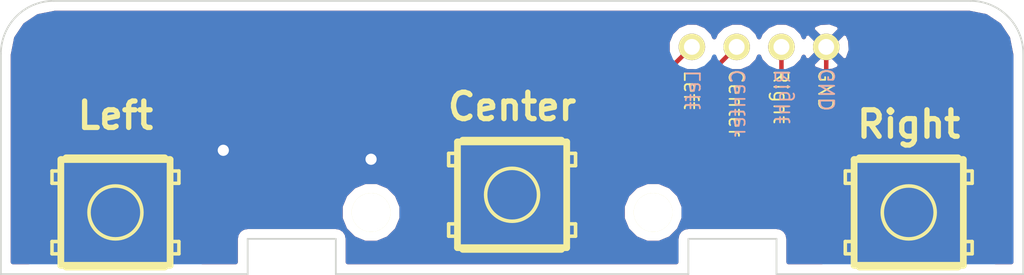
<source format=kicad_pcb>
(kicad_pcb (version 3) (host pcbnew "(2013-may-18)-stable")

  (general
    (links 6)
    (no_connects 0)
    (area 222.949999 111.074 301.050001 140.550001)
    (thickness 1.6)
    (drawings 60)
    (tracks 29)
    (zones 0)
    (modules 9)
    (nets 5)
  )

  (page A3)
  (layers
    (15 F.Cu signal)
    (0 B.Cu signal)
    (16 B.Adhes user hide)
    (17 F.Adhes user hide)
    (18 B.Paste user hide)
    (19 F.Paste user hide)
    (20 B.SilkS user)
    (21 F.SilkS user)
    (22 B.Mask user hide)
    (23 F.Mask user hide)
    (24 Dwgs.User user hide)
    (25 Cmts.User user hide)
    (26 Eco1.User user hide)
    (27 Eco2.User user hide)
    (28 Edge.Cuts user)
  )

  (setup
    (last_trace_width 0.254)
    (trace_clearance 0.254)
    (zone_clearance 0.508)
    (zone_45_only no)
    (trace_min 0.1524)
    (segment_width 0.1)
    (edge_width 0.1)
    (via_size 0.889)
    (via_drill 0.635)
    (via_min_size 0.889)
    (via_min_drill 0.508)
    (uvia_size 0.508)
    (uvia_drill 0.127)
    (uvias_allowed no)
    (uvia_min_size 0.508)
    (uvia_min_drill 0.127)
    (pcb_text_width 0.3)
    (pcb_text_size 1.5 1.5)
    (mod_edge_width 0.15)
    (mod_text_size 1 1)
    (mod_text_width 0.15)
    (pad_size 0.3302 0.3302)
    (pad_drill 0.3302)
    (pad_to_mask_clearance 0)
    (aux_axis_origin 0 0)
    (visible_elements FFFFFB3F)
    (pcbplotparams
      (layerselection 284196865)
      (usegerberextensions true)
      (excludeedgelayer true)
      (linewidth 0.150000)
      (plotframeref false)
      (viasonmask false)
      (mode 1)
      (useauxorigin false)
      (hpglpennumber 1)
      (hpglpenspeed 20)
      (hpglpendiameter 15)
      (hpglpenoverlay 2)
      (psnegative false)
      (psa4output false)
      (plotreference true)
      (plotvalue true)
      (plotothertext true)
      (plotinvisibletext false)
      (padsonsilk false)
      (subtractmaskfromsilk false)
      (outputformat 1)
      (mirror false)
      (drillshape 0)
      (scaleselection 1)
      (outputdirectory gerber/))
  )

  (net 0 "")
  (net 1 N-000001)
  (net 2 N-0000010)
  (net 3 N-000002)
  (net 4 N-000003)

  (net_class Default "This is the default net class."
    (clearance 0.254)
    (trace_width 0.254)
    (via_dia 0.889)
    (via_drill 0.635)
    (uvia_dia 0.508)
    (uvia_drill 0.127)
    (add_net "")
    (add_net N-000001)
    (add_net N-0000010)
    (add_net N-000002)
    (add_net N-000003)
  )

  (module M2 (layer F.Cu) (tedit 55D7DEC0) (tstamp 55DD16CC)
    (at 270 129)
    (descr "M2 Drill hole")
    (tags "M2 hole drill")
    (path 1pin)
    (zone_connect 0)
    (fp_text reference "" (at 0 -3.048) (layer F.SilkS)
      (effects (font (size 1.016 1.016) (thickness 0.254)))
    )
    (fp_text value "" (at 0 2.794) (layer F.SilkS) hide
      (effects (font (size 1.016 1.016) (thickness 0.254)))
    )
    (pad "" np_thru_hole circle (at 0 0) (size 2.2 2.2) (drill 2.2)
      (layers *.Cu *.Mask F.SilkS)
      (zone_connect 0)
    )
  )

  (module Pad (layer F.Cu) (tedit 55DD15DF) (tstamp 55DD0509)
    (at 272.2 119.61)
    (path /55D71CAE)
    (fp_text reference PL0 (at 0 -2.032 90) (layer F.SilkS) hide
      (effects (font (size 0.9 0.9) (thickness 0.15)))
    )
    (fp_text value CONN_1 (at 0 -5.207 90) (layer F.SilkS) hide
      (effects (font (size 0.9 0.9) (thickness 0.15)))
    )
    (pad 1 thru_hole circle (at 0 0) (size 1.5 1.5) (drill 0.9)
      (layers *.Cu *.Mask F.SilkS)
      (net 1 N-000001)
    )
  )

  (module Pad (layer F.Cu) (tedit 55DD15E6) (tstamp 55DD050E)
    (at 277.28 119.61)
    (path /55DD05CB)
    (fp_text reference PR0 (at 0 -2.032 90) (layer F.SilkS) hide
      (effects (font (size 0.9 0.9) (thickness 0.15)))
    )
    (fp_text value CONN_1 (at 0 -5.207 90) (layer F.SilkS) hide
      (effects (font (size 0.9 0.9) (thickness 0.15)))
    )
    (pad 1 thru_hole circle (at 0 0) (size 1.5 1.5) (drill 0.9)
      (layers *.Cu *.Mask F.SilkS)
      (net 4 N-000003)
    )
  )

  (module Pad (layer F.Cu) (tedit 55DD15D8) (tstamp 55DD0513)
    (at 274.74 119.61)
    (path /55DD05D1)
    (fp_text reference PC0 (at 0 -2.032 90) (layer F.SilkS) hide
      (effects (font (size 0.9 0.9) (thickness 0.15)))
    )
    (fp_text value CONN_1 (at 0 -5.207 90) (layer F.SilkS) hide
      (effects (font (size 0.9 0.9) (thickness 0.15)))
    )
    (pad 1 thru_hole circle (at 0 0) (size 1.5 1.5) (drill 0.9)
      (layers *.Cu *.Mask F.SilkS)
      (net 3 N-000002)
    )
  )

  (module Pad (layer F.Cu) (tedit 55DD15EB) (tstamp 55DD0F71)
    (at 279.82 119.61)
    (path /55DD05D7)
    (fp_text reference GND0 (at 0 -2.032 90) (layer F.SilkS) hide
      (effects (font (size 0.9 0.9) (thickness 0.15)))
    )
    (fp_text value CONN_1 (at 0 -5.207 90) (layer F.SilkS) hide
      (effects (font (size 0.9 0.9) (thickness 0.15)))
    )
    (pad 1 thru_hole circle (at 0 0) (size 1.5 1.5) (drill 0.9)
      (layers *.Cu *.Mask F.SilkS)
      (net 2 N-0000010)
    )
  )

  (module DTSJW-66N (layer F.Cu) (tedit 55DD1500) (tstamp 55DD064C)
    (at 239.5 129)
    (descr http://www.dip.com.tw/PDF/DTSJW-6-V.pdf)
    (tags "microswitch tact")
    (path /55DD04B8)
    (fp_text reference SL0 (at 0.09906 -4.8006) (layer F.SilkS) hide
      (effects (font (size 1.524 1.524) (thickness 0.3048)))
    )
    (fp_text value 10-XX (at 0.09906 4.8006) (layer F.SilkS) hide
      (effects (font (size 1.524 1.524) (thickness 0.3048)))
    )
    (fp_circle (center 0 0) (end 1.50114 0) (layer F.SilkS) (width 0.20066))
    (fp_line (start -3.0988 -2.3495) (end -3.59918 -2.3495) (layer F.SilkS) (width 0.20066))
    (fp_line (start -3.59918 -2.3495) (end -3.59918 -1.651) (layer F.SilkS) (width 0.20066))
    (fp_line (start -3.59918 -1.651) (end -3.0988 -1.651) (layer F.SilkS) (width 0.20066))
    (fp_line (start -3.59918 2.3495) (end -3.0988 2.3495) (layer F.SilkS) (width 0.20066))
    (fp_line (start -3.59918 1.651) (end -3.59918 2.3495) (layer F.SilkS) (width 0.20066))
    (fp_line (start -3.0988 1.651) (end -3.59918 1.651) (layer F.SilkS) (width 0.20066))
    (fp_line (start 3.0988 1.651) (end 3.59918 1.651) (layer F.SilkS) (width 0.20066))
    (fp_line (start 3.59918 1.651) (end 3.59918 2.3495) (layer F.SilkS) (width 0.20066))
    (fp_line (start 3.59918 2.3495) (end 3.0988 2.3495) (layer F.SilkS) (width 0.20066))
    (fp_line (start 3.0988 -2.3495) (end 3.59918 -2.3495) (layer F.SilkS) (width 0.20066))
    (fp_line (start 3.59918 -2.3495) (end 3.59918 -1.651) (layer F.SilkS) (width 0.20066))
    (fp_line (start 3.59918 -1.651) (end 3.0988 -1.651) (layer F.SilkS) (width 0.20066))
    (fp_line (start -2.79908 3.0988) (end 2.79908 3.0988) (layer F.SilkS) (width 0.381))
    (fp_line (start -2.79908 -3.0988) (end 2.79908 -3.0988) (layer F.SilkS) (width 0.381))
    (fp_line (start -3.0988 -2.99974) (end 3.0988 -2.99974) (layer F.SilkS) (width 0.381))
    (fp_line (start 3.0988 -2.99974) (end 3.0988 2.99974) (layer F.SilkS) (width 0.381))
    (fp_line (start 3.0988 2.99974) (end -3.0988 2.99974) (layer F.SilkS) (width 0.381))
    (fp_line (start -3.0988 2.99974) (end -3.0988 -2.99974) (layer F.SilkS) (width 0.381))
    (pad 1 smd rect (at -3.1496 -2.00152) (size 2.30124 1.39954)
      (layers F.Cu F.Paste F.Mask)
      (net 2 N-0000010)
    )
    (pad 4 smd rect (at 3.1496 1.99898) (size 2.30124 1.39954)
      (layers F.Cu F.Paste F.Mask)
    )
    (pad 2 smd rect (at 3.1496 -1.99898) (size 2.30124 1.39954)
      (layers F.Cu F.Paste F.Mask)
    )
    (pad 3 smd rect (at -3.1496 1.99898) (size 2.30124 1.39954)
      (layers F.Cu F.Paste F.Mask)
      (net 1 N-000001)
    )
  )

  (module DTSJW-66N (layer F.Cu) (tedit 55DD14F7) (tstamp 55DD0667)
    (at 262 128)
    (descr http://www.dip.com.tw/PDF/DTSJW-6-V.pdf)
    (tags "microswitch tact")
    (path /55DD05BF)
    (fp_text reference SC0 (at 0.09906 -4.8006) (layer F.SilkS) hide
      (effects (font (size 1.524 1.524) (thickness 0.3048)))
    )
    (fp_text value 10-XX (at 0.09906 4.8006) (layer F.SilkS) hide
      (effects (font (size 1.524 1.524) (thickness 0.3048)))
    )
    (fp_circle (center 0 0) (end 1.50114 0) (layer F.SilkS) (width 0.20066))
    (fp_line (start -3.0988 -2.3495) (end -3.59918 -2.3495) (layer F.SilkS) (width 0.20066))
    (fp_line (start -3.59918 -2.3495) (end -3.59918 -1.651) (layer F.SilkS) (width 0.20066))
    (fp_line (start -3.59918 -1.651) (end -3.0988 -1.651) (layer F.SilkS) (width 0.20066))
    (fp_line (start -3.59918 2.3495) (end -3.0988 2.3495) (layer F.SilkS) (width 0.20066))
    (fp_line (start -3.59918 1.651) (end -3.59918 2.3495) (layer F.SilkS) (width 0.20066))
    (fp_line (start -3.0988 1.651) (end -3.59918 1.651) (layer F.SilkS) (width 0.20066))
    (fp_line (start 3.0988 1.651) (end 3.59918 1.651) (layer F.SilkS) (width 0.20066))
    (fp_line (start 3.59918 1.651) (end 3.59918 2.3495) (layer F.SilkS) (width 0.20066))
    (fp_line (start 3.59918 2.3495) (end 3.0988 2.3495) (layer F.SilkS) (width 0.20066))
    (fp_line (start 3.0988 -2.3495) (end 3.59918 -2.3495) (layer F.SilkS) (width 0.20066))
    (fp_line (start 3.59918 -2.3495) (end 3.59918 -1.651) (layer F.SilkS) (width 0.20066))
    (fp_line (start 3.59918 -1.651) (end 3.0988 -1.651) (layer F.SilkS) (width 0.20066))
    (fp_line (start -2.79908 3.0988) (end 2.79908 3.0988) (layer F.SilkS) (width 0.381))
    (fp_line (start -2.79908 -3.0988) (end 2.79908 -3.0988) (layer F.SilkS) (width 0.381))
    (fp_line (start -3.0988 -2.99974) (end 3.0988 -2.99974) (layer F.SilkS) (width 0.381))
    (fp_line (start 3.0988 -2.99974) (end 3.0988 2.99974) (layer F.SilkS) (width 0.381))
    (fp_line (start 3.0988 2.99974) (end -3.0988 2.99974) (layer F.SilkS) (width 0.381))
    (fp_line (start -3.0988 2.99974) (end -3.0988 -2.99974) (layer F.SilkS) (width 0.381))
    (pad 1 smd rect (at -3.1496 -2.00152) (size 2.30124 1.39954)
      (layers F.Cu F.Paste F.Mask)
      (net 2 N-0000010)
    )
    (pad 4 smd rect (at 3.1496 1.99898) (size 2.30124 1.39954)
      (layers F.Cu F.Paste F.Mask)
    )
    (pad 2 smd rect (at 3.1496 -1.99898) (size 2.30124 1.39954)
      (layers F.Cu F.Paste F.Mask)
    )
    (pad 3 smd rect (at -3.1496 1.99898) (size 2.30124 1.39954)
      (layers F.Cu F.Paste F.Mask)
      (net 3 N-000002)
    )
  )

  (module DTSJW-66N (layer F.Cu) (tedit 55DD14ED) (tstamp 55DD0682)
    (at 284.5 129)
    (descr http://www.dip.com.tw/PDF/DTSJW-6-V.pdf)
    (tags "microswitch tact")
    (path /55DD05C5)
    (fp_text reference SR0 (at 0.09906 -4.8006) (layer F.SilkS) hide
      (effects (font (size 1.524 1.524) (thickness 0.3048)))
    )
    (fp_text value 10-XX (at 0.09906 4.8006) (layer F.SilkS) hide
      (effects (font (size 1.524 1.524) (thickness 0.3048)))
    )
    (fp_circle (center 0 0) (end 1.50114 0) (layer F.SilkS) (width 0.20066))
    (fp_line (start -3.0988 -2.3495) (end -3.59918 -2.3495) (layer F.SilkS) (width 0.20066))
    (fp_line (start -3.59918 -2.3495) (end -3.59918 -1.651) (layer F.SilkS) (width 0.20066))
    (fp_line (start -3.59918 -1.651) (end -3.0988 -1.651) (layer F.SilkS) (width 0.20066))
    (fp_line (start -3.59918 2.3495) (end -3.0988 2.3495) (layer F.SilkS) (width 0.20066))
    (fp_line (start -3.59918 1.651) (end -3.59918 2.3495) (layer F.SilkS) (width 0.20066))
    (fp_line (start -3.0988 1.651) (end -3.59918 1.651) (layer F.SilkS) (width 0.20066))
    (fp_line (start 3.0988 1.651) (end 3.59918 1.651) (layer F.SilkS) (width 0.20066))
    (fp_line (start 3.59918 1.651) (end 3.59918 2.3495) (layer F.SilkS) (width 0.20066))
    (fp_line (start 3.59918 2.3495) (end 3.0988 2.3495) (layer F.SilkS) (width 0.20066))
    (fp_line (start 3.0988 -2.3495) (end 3.59918 -2.3495) (layer F.SilkS) (width 0.20066))
    (fp_line (start 3.59918 -2.3495) (end 3.59918 -1.651) (layer F.SilkS) (width 0.20066))
    (fp_line (start 3.59918 -1.651) (end 3.0988 -1.651) (layer F.SilkS) (width 0.20066))
    (fp_line (start -2.79908 3.0988) (end 2.79908 3.0988) (layer F.SilkS) (width 0.381))
    (fp_line (start -2.79908 -3.0988) (end 2.79908 -3.0988) (layer F.SilkS) (width 0.381))
    (fp_line (start -3.0988 -2.99974) (end 3.0988 -2.99974) (layer F.SilkS) (width 0.381))
    (fp_line (start 3.0988 -2.99974) (end 3.0988 2.99974) (layer F.SilkS) (width 0.381))
    (fp_line (start 3.0988 2.99974) (end -3.0988 2.99974) (layer F.SilkS) (width 0.381))
    (fp_line (start -3.0988 2.99974) (end -3.0988 -2.99974) (layer F.SilkS) (width 0.381))
    (pad 1 smd rect (at -3.1496 -2.00152) (size 2.30124 1.39954)
      (layers F.Cu F.Paste F.Mask)
      (net 2 N-0000010)
    )
    (pad 4 smd rect (at 3.1496 1.99898) (size 2.30124 1.39954)
      (layers F.Cu F.Paste F.Mask)
    )
    (pad 2 smd rect (at 3.1496 -1.99898) (size 2.30124 1.39954)
      (layers F.Cu F.Paste F.Mask)
    )
    (pad 3 smd rect (at -3.1496 1.99898) (size 2.30124 1.39954)
      (layers F.Cu F.Paste F.Mask)
      (net 4 N-000003)
    )
  )

  (module M2 (layer F.Cu) (tedit 55D7DEC0) (tstamp 55DD16A8)
    (at 254 129)
    (descr "M2 Drill hole")
    (tags "M2 hole drill")
    (path 1pin)
    (zone_connect 0)
    (fp_text reference "" (at 0 -3.048) (layer F.SilkS)
      (effects (font (size 1.016 1.016) (thickness 0.254)))
    )
    (fp_text value "" (at 0 2.794) (layer F.SilkS) hide
      (effects (font (size 1.016 1.016) (thickness 0.254)))
    )
    (pad "" np_thru_hole circle (at 0 0) (size 2.2 2.2) (drill 2.2)
      (layers *.Cu *.Mask F.SilkS)
      (zone_connect 0)
    )
  )

  (gr_text GND (at 279.908 122.047 90) (layer B.SilkS) (tstamp 55DD161D)
    (effects (font (size 0.8 0.8) (thickness 0.1)) (justify mirror))
  )
  (gr_text Right (at 277.368 122.428 90) (layer B.SilkS) (tstamp 55DD161C)
    (effects (font (size 0.8 0.8) (thickness 0.1)) (justify mirror))
  )
  (gr_text Left (at 272.288 122.047 90) (layer B.SilkS) (tstamp 55DD161B)
    (effects (font (size 0.8 0.8) (thickness 0.1)) (justify mirror))
  )
  (gr_text Center (at 274.828 122.809 90) (layer B.SilkS) (tstamp 55DD161A)
    (effects (font (size 0.8 0.8) (thickness 0.1)) (justify mirror))
  )
  (gr_text Center (at 274.701 122.809 270) (layer F.SilkS) (tstamp 55DD15D5)
    (effects (font (size 0.8 0.8) (thickness 0.1)))
  )
  (gr_text Left (at 272.161 122.047 270) (layer F.SilkS) (tstamp 55DD15D4)
    (effects (font (size 0.8 0.8) (thickness 0.1)))
  )
  (gr_text Right (at 277.241 122.428 270) (layer F.SilkS) (tstamp 55DD15CC)
    (effects (font (size 0.8 0.8) (thickness 0.1)))
  )
  (gr_text GND (at 279.781 122.047 270) (layer F.SilkS)
    (effects (font (size 0.8 0.8) (thickness 0.1)))
  )
  (gr_text Right (at 284.5 124) (layer F.SilkS)
    (effects (font (size 1.5 1.5) (thickness 0.3)))
  )
  (gr_text Center (at 262 123) (layer F.SilkS)
    (effects (font (size 1.5 1.5) (thickness 0.3)))
  )
  (gr_text Left (at 239.5 123.5) (layer F.SilkS)
    (effects (font (size 1.5 1.5) (thickness 0.3)))
  )
  (gr_line (start 291 120) (end 291 132.5) (angle 90) (layer Edge.Cuts) (width 0.1))
  (gr_line (start 236 117) (end 288 117) (angle 90) (layer Edge.Cuts) (width 0.1))
  (gr_line (start 233 132.5) (end 233 120) (angle 90) (layer Edge.Cuts) (width 0.1))
  (gr_arc (start 288 120) (end 288 117) (angle 90) (layer Edge.Cuts) (width 0.1))
  (gr_arc (start 236 120) (end 233 120) (angle 90) (layer Edge.Cuts) (width 0.1))
  (gr_line (start 247 132.5) (end 233 132.5) (angle 90) (layer Edge.Cuts) (width 0.1))
  (gr_line (start 247 130.5) (end 247 132.5) (angle 90) (layer Edge.Cuts) (width 0.1))
  (gr_line (start 252 130.5) (end 247 130.5) (angle 90) (layer Edge.Cuts) (width 0.1))
  (gr_line (start 252 132.5) (end 252 130.5) (angle 90) (layer Edge.Cuts) (width 0.1))
  (gr_line (start 272 132.5) (end 252 132.5) (angle 90) (layer Edge.Cuts) (width 0.1))
  (gr_line (start 272 130.5) (end 272 132.5) (angle 90) (layer Edge.Cuts) (width 0.1))
  (gr_line (start 277 130.5) (end 272 130.5) (angle 90) (layer Edge.Cuts) (width 0.1))
  (gr_line (start 277 132.5) (end 277 130.5) (angle 90) (layer Edge.Cuts) (width 0.1))
  (gr_line (start 291 132.5) (end 277 132.5) (angle 90) (layer Edge.Cuts) (width 0.1))
  (gr_line (start 232 114) (end 232 129.5) (angle 90) (layer Cmts.User) (width 0.1))
  (gr_line (start 292 114) (end 292 129.5) (angle 90) (layer Cmts.User) (width 0.1))
  (gr_line (start 232 114) (end 292 114) (angle 90) (layer Cmts.User) (width 0.1))
  (gr_line (start 301 132.5) (end 301 140.5) (angle 90) (layer Cmts.User) (width 0.1))
  (gr_line (start 297 132.5) (end 301 132.5) (angle 90) (layer Cmts.User) (width 0.1))
  (gr_line (start 297 130.5) (end 297 132.5) (angle 90) (layer Cmts.User) (width 0.1))
  (gr_line (start 292 130.5) (end 297 130.5) (angle 90) (layer Cmts.User) (width 0.1))
  (gr_line (start 292 132.5) (end 292 130.5) (angle 90) (layer Cmts.User) (width 0.1))
  (gr_line (start 286.5 132.5) (end 292 132.5) (angle 90) (layer Cmts.User) (width 0.1))
  (gr_line (start 223 132.5) (end 223 139.5) (angle 90) (layer Cmts.User) (width 0.1))
  (gr_line (start 227 132.5) (end 223 132.5) (angle 90) (layer Cmts.User) (width 0.1))
  (gr_line (start 272 132.5) (end 252 132.5) (angle 90) (layer Cmts.User) (width 0.1))
  (gr_line (start 247 130.5) (end 252 130.5) (angle 90) (layer Cmts.User) (width 0.1))
  (gr_line (start 247 132.5) (end 247 130.5) (angle 90) (layer Cmts.User) (width 0.1))
  (gr_line (start 252 130.5) (end 252 132.5) (angle 90) (layer Cmts.User) (width 0.1))
  (gr_line (start 241.5 132.5) (end 247 132.5) (angle 90) (layer Cmts.User) (width 0.1))
  (gr_line (start 272 130.5) (end 272 132.5) (angle 90) (layer Cmts.User) (width 0.1))
  (gr_line (start 277 130.5) (end 272 130.5) (angle 90) (layer Cmts.User) (width 0.1))
  (gr_line (start 277 132.5) (end 277 130.5) (angle 90) (layer Cmts.User) (width 0.1))
  (gr_line (start 282.5 132.5) (end 277 132.5) (angle 90) (layer Cmts.User) (width 0.1))
  (gr_line (start 227 130.5) (end 227 132.5) (angle 90) (layer Cmts.User) (width 0.1))
  (gr_line (start 232 130.5) (end 227 130.5) (angle 90) (layer Cmts.User) (width 0.1))
  (gr_line (start 232 132.5) (end 232 130.5) (angle 90) (layer Cmts.User) (width 0.1))
  (gr_line (start 237.5 132.5) (end 232 132.5) (angle 90) (layer Cmts.User) (width 0.1))
  (gr_line (start 237.5 129) (end 237.5 132.5) (angle 90) (layer Cmts.User) (width 0.1))
  (gr_arc (start 239.5 129) (end 237.5 129) (angle 90) (layer Cmts.User) (width 0.1))
  (gr_arc (start 239.5 129) (end 239.5 127) (angle 90) (layer Cmts.User) (width 0.1))
  (gr_arc (start 284.5 129) (end 284.5 127) (angle 90) (layer Cmts.User) (width 0.1))
  (gr_arc (start 284.5 129) (end 282.5 129) (angle 90) (layer Cmts.User) (width 0.1))
  (gr_line (start 286.5 129) (end 286.5 132.5) (angle 90) (layer Cmts.User) (width 0.1))
  (gr_line (start 282.5 132.5) (end 282.5 129) (angle 90) (layer Cmts.User) (width 0.1))
  (gr_line (start 241.5 129) (end 241.5 132.5) (angle 90) (layer Cmts.User) (width 0.1))
  (gr_circle (center 270 129) (end 271 129) (layer Cmts.User) (width 0.1))
  (gr_circle (center 262 128) (end 263.5 128) (layer Cmts.User) (width 0.1))
  (gr_circle (center 254 129) (end 255 129) (layer Cmts.User) (width 0.1))

  (segment (start 272.2 119.61) (end 272.185 119.61) (width 0.254) (layer F.Cu) (net 1))
  (segment (start 238.31738 129.032) (end 236.3504 130.99898) (width 0.254) (layer F.Cu) (net 1) (tstamp 55DD1274))
  (segment (start 244.348 129.032) (end 238.31738 129.032) (width 0.254) (layer F.Cu) (net 1) (tstamp 55DD1271))
  (segment (start 249.047 124.333) (end 244.348 129.032) (width 0.254) (layer F.Cu) (net 1) (tstamp 55DD126C))
  (segment (start 267.462 124.333) (end 249.047 124.333) (width 0.254) (layer F.Cu) (net 1) (tstamp 55DD1262))
  (segment (start 272.185 119.61) (end 267.462 124.333) (width 0.254) (layer F.Cu) (net 1) (tstamp 55DD1257))
  (segment (start 236.3504 126.99848) (end 238.88852 126.99848) (width 0.254) (layer F.Cu) (net 2))
  (segment (start 249.047 124.333) (end 254 124.333) (width 0.254) (layer B.Cu) (net 2) (tstamp 55DD159E))
  (segment (start 247.904 125.476) (end 249.047 124.333) (width 0.254) (layer B.Cu) (net 2) (tstamp 55DD159D))
  (segment (start 245.618 125.476) (end 247.904 125.476) (width 0.254) (layer B.Cu) (net 2) (tstamp 55DD159C))
  (via (at 245.618 125.476) (size 0.889) (layers F.Cu B.Cu) (net 2))
  (segment (start 240.411 125.476) (end 245.618 125.476) (width 0.254) (layer F.Cu) (net 2) (tstamp 55DD1599))
  (segment (start 238.88852 126.99848) (end 240.411 125.476) (width 0.254) (layer F.Cu) (net 2) (tstamp 55DD1597))
  (segment (start 258.8504 125.99848) (end 254.01448 125.99848) (width 0.254) (layer F.Cu) (net 2))
  (segment (start 254 125.984) (end 254 124.333) (width 0.254) (layer B.Cu) (net 2) (tstamp 55DD136D))
  (via (at 254 125.984) (size 0.889) (layers F.Cu B.Cu) (net 2))
  (segment (start 254.01448 125.99848) (end 254 125.984) (width 0.254) (layer F.Cu) (net 2) (tstamp 55DD1359))
  (segment (start 279.82 119.61) (end 279.805 119.61) (width 0.254) (layer B.Cu) (net 2))
  (segment (start 275.082 124.333) (end 254 124.333) (width 0.254) (layer B.Cu) (net 2) (tstamp 55DD1331))
  (segment (start 279.805 119.61) (end 275.082 124.333) (width 0.254) (layer B.Cu) (net 2) (tstamp 55DD1321))
  (segment (start 279.82 119.61) (end 279.82 125.46808) (width 0.254) (layer F.Cu) (net 2))
  (segment (start 279.82 125.46808) (end 281.3504 126.99848) (width 0.254) (layer F.Cu) (net 2) (tstamp 55DD127D))
  (segment (start 279.82 119.61) (end 279.82 120.52888) (width 0.254) (layer F.Cu) (net 2))
  (segment (start 274.74 119.61) (end 274.725 119.61) (width 0.254) (layer F.Cu) (net 3))
  (segment (start 260.96038 127.889) (end 258.8504 129.99898) (width 0.254) (layer F.Cu) (net 3) (tstamp 55DD1253))
  (segment (start 266.446 127.889) (end 260.96038 127.889) (width 0.254) (layer F.Cu) (net 3) (tstamp 55DD124F))
  (segment (start 274.725 119.61) (end 266.446 127.889) (width 0.254) (layer F.Cu) (net 3) (tstamp 55DD1246))
  (segment (start 277.28 119.61) (end 277.28 126.92858) (width 0.254) (layer F.Cu) (net 4))
  (segment (start 277.28 126.92858) (end 281.3504 130.99898) (width 0.254) (layer F.Cu) (net 4) (tstamp 55DD1240))

  (zone (net 2) (net_name N-0000010) (layer B.Cu) (tstamp 55DD170C) (hatch edge 0.508)
    (connect_pads (clearance 0.508))
    (min_thickness 0.254)
    (fill (arc_segments 16) (thermal_gap 0.508) (thermal_bridge_width 0.508) (smoothing chamfer))
    (polygon
      (pts
        (xy 291 132.5) (xy 277 132.5) (xy 277 130.5) (xy 272 130.5) (xy 272 132.5)
        (xy 252 132.5) (xy 252 130.5) (xy 247 130.5) (xy 247 132.5) (xy 233 132.5)
        (xy 233 118.5) (xy 234.5 117) (xy 289.5 117) (xy 291 118.5)
      )
    )
    (filled_polygon
      (pts
        (xy 290.315 131.815) (xy 281.217198 131.815) (xy 281.217198 119.81483) (xy 281.189228 119.264554) (xy 281.032458 118.886078)
        (xy 280.791517 118.818088) (xy 280.611912 118.997693) (xy 280.611912 118.638483) (xy 280.543922 118.397542) (xy 280.02483 118.212802)
        (xy 279.474554 118.240772) (xy 279.096078 118.397542) (xy 279.028088 118.638483) (xy 279.82 119.430395) (xy 280.611912 118.638483)
        (xy 280.611912 118.997693) (xy 279.999605 119.61) (xy 280.791517 120.401912) (xy 281.032458 120.333922) (xy 281.217198 119.81483)
        (xy 281.217198 131.815) (xy 280.611912 131.815) (xy 280.611912 120.581517) (xy 279.82 119.789605) (xy 279.640395 119.96921)
        (xy 279.640395 119.61) (xy 278.848483 118.818088) (xy 278.607542 118.886078) (xy 278.548269 119.052626) (xy 278.45483 118.826486)
        (xy 278.065563 118.436539) (xy 277.556702 118.225242) (xy 277.005715 118.224761) (xy 276.496486 118.43517) (xy 276.106539 118.824437)
        (xy 276.010023 119.056872) (xy 275.91483 118.826486) (xy 275.525563 118.436539) (xy 275.016702 118.225242) (xy 274.465715 118.224761)
        (xy 273.956486 118.43517) (xy 273.566539 118.824437) (xy 273.470023 119.056872) (xy 273.37483 118.826486) (xy 272.985563 118.436539)
        (xy 272.476702 118.225242) (xy 271.925715 118.224761) (xy 271.416486 118.43517) (xy 271.026539 118.824437) (xy 270.815242 119.333298)
        (xy 270.814761 119.884285) (xy 271.02517 120.393514) (xy 271.414437 120.783461) (xy 271.923298 120.994758) (xy 272.474285 120.995239)
        (xy 272.983514 120.78483) (xy 273.373461 120.395563) (xy 273.469976 120.163127) (xy 273.56517 120.393514) (xy 273.954437 120.783461)
        (xy 274.463298 120.994758) (xy 275.014285 120.995239) (xy 275.523514 120.78483) (xy 275.913461 120.395563) (xy 276.009976 120.163127)
        (xy 276.10517 120.393514) (xy 276.494437 120.783461) (xy 277.003298 120.994758) (xy 277.554285 120.995239) (xy 278.063514 120.78483)
        (xy 278.453461 120.395563) (xy 278.543378 120.179017) (xy 278.607542 120.333922) (xy 278.848483 120.401912) (xy 279.640395 119.61)
        (xy 279.640395 119.96921) (xy 279.028088 120.581517) (xy 279.096078 120.822458) (xy 279.61517 121.007198) (xy 280.165446 120.979228)
        (xy 280.543922 120.822458) (xy 280.611912 120.581517) (xy 280.611912 131.815) (xy 277.685 131.815) (xy 277.685 130.5)
        (xy 277.632857 130.237862) (xy 277.484368 130.015632) (xy 277.262138 129.867143) (xy 277 129.815) (xy 272 129.815)
        (xy 271.737862 129.867143) (xy 271.7353 129.868854) (xy 271.7353 128.656401) (xy 271.471719 128.018486) (xy 270.984081 127.529997)
        (xy 270.346627 127.265302) (xy 269.656401 127.2647) (xy 269.018486 127.528281) (xy 268.529997 128.015919) (xy 268.265302 128.653373)
        (xy 268.2647 129.343599) (xy 268.528281 129.981514) (xy 269.015919 130.470003) (xy 269.653373 130.734698) (xy 270.343599 130.7353)
        (xy 270.981514 130.471719) (xy 271.470003 129.984081) (xy 271.734698 129.346627) (xy 271.7353 128.656401) (xy 271.7353 129.868854)
        (xy 271.515632 130.015632) (xy 271.367143 130.237862) (xy 271.315 130.5) (xy 271.315 131.815) (xy 255.7353 131.815)
        (xy 255.7353 128.656401) (xy 255.471719 128.018486) (xy 254.984081 127.529997) (xy 254.346627 127.265302) (xy 253.656401 127.2647)
        (xy 253.018486 127.528281) (xy 252.529997 128.015919) (xy 252.265302 128.653373) (xy 252.2647 129.343599) (xy 252.528281 129.981514)
        (xy 253.015919 130.470003) (xy 253.653373 130.734698) (xy 254.343599 130.7353) (xy 254.981514 130.471719) (xy 255.470003 129.984081)
        (xy 255.734698 129.346627) (xy 255.7353 128.656401) (xy 255.7353 131.815) (xy 252.685 131.815) (xy 252.685 130.5)
        (xy 252.632857 130.237862) (xy 252.484368 130.015632) (xy 252.262138 129.867143) (xy 252 129.815) (xy 247 129.815)
        (xy 246.737862 129.867143) (xy 246.515632 130.015632) (xy 246.367143 130.237862) (xy 246.315 130.5) (xy 246.315 131.815)
        (xy 233.685 131.815) (xy 233.685 120.067164) (xy 233.872251 119.121476) (xy 234.374678 118.37096) (xy 235.116664 117.874244)
        (xy 236.072422 117.685) (xy 287.932835 117.685) (xy 288.878523 117.872251) (xy 289.629039 118.374678) (xy 290.125755 119.116664)
        (xy 290.315 120.072422) (xy 290.315 131.815)
      )
    )
  )
  (zone (net 2) (net_name N-0000010) (layer F.Cu) (tstamp 55DD170C) (hatch edge 0.508)
    (connect_pads (clearance 0.508))
    (min_thickness 0.254)
    (fill (arc_segments 16) (thermal_gap 0.508) (thermal_bridge_width 0.508) (smoothing chamfer))
    (polygon
      (pts
        (xy 291 132.5) (xy 277 132.5) (xy 277 130.5) (xy 272 130.5) (xy 272 132.5)
        (xy 252 132.5) (xy 252 130.5) (xy 247 130.5) (xy 247 132.5) (xy 233 132.5)
        (xy 233 118.5) (xy 234.5 117) (xy 289.5 117) (xy 291 118.5)
      )
    )
    (filled_polygon
      (pts
        (xy 279.564787 130.290997) (xy 279.56467 130.424965) (xy 279.56467 131.815) (xy 277.685 131.815) (xy 277.685 130.5)
        (xy 277.632857 130.237862) (xy 277.484368 130.015632) (xy 277.262138 129.867143) (xy 277 129.815) (xy 272 129.815)
        (xy 271.737862 129.867143) (xy 271.7353 129.868854) (xy 271.7353 128.656401) (xy 271.471719 128.018486) (xy 270.984081 127.529997)
        (xy 270.346627 127.265302) (xy 269.656401 127.2647) (xy 269.018486 127.528281) (xy 268.529997 128.015919) (xy 268.265302 128.653373)
        (xy 268.2647 129.343599) (xy 268.528281 129.981514) (xy 269.015919 130.470003) (xy 269.653373 130.734698) (xy 270.343599 130.7353)
        (xy 270.981514 130.471719) (xy 271.470003 129.984081) (xy 271.734698 129.346627) (xy 271.7353 128.656401) (xy 271.7353 129.868854)
        (xy 271.515632 130.015632) (xy 271.367143 130.237862) (xy 271.315 130.5) (xy 271.315 131.815) (xy 255.7353 131.815)
        (xy 255.7353 128.656401) (xy 255.471719 128.018486) (xy 254.984081 127.529997) (xy 254.346627 127.265302) (xy 253.656401 127.2647)
        (xy 253.018486 127.528281) (xy 252.529997 128.015919) (xy 252.265302 128.653373) (xy 252.2647 129.343599) (xy 252.528281 129.981514)
        (xy 253.015919 130.470003) (xy 253.653373 130.734698) (xy 254.343599 130.7353) (xy 254.981514 130.471719) (xy 255.470003 129.984081)
        (xy 255.734698 129.346627) (xy 255.7353 128.656401) (xy 255.7353 131.815) (xy 252.685 131.815) (xy 252.685 130.5)
        (xy 252.632857 130.237862) (xy 252.484368 130.015632) (xy 252.262138 129.867143) (xy 252 129.815) (xy 247 129.815)
        (xy 246.737862 129.867143) (xy 246.515632 130.015632) (xy 246.367143 130.237862) (xy 246.315 130.5) (xy 246.315 131.815)
        (xy 244.435118 131.815) (xy 244.43533 131.572995) (xy 244.43533 130.173455) (xy 244.338861 129.939981) (xy 244.193133 129.794)
        (xy 244.348 129.794) (xy 244.348 129.793999) (xy 244.639604 129.735996) (xy 244.639605 129.735996) (xy 244.886815 129.570815)
        (xy 249.36263 125.095) (xy 257.0968 125.095) (xy 257.064891 125.171846) (xy 257.06467 125.424465) (xy 257.06478 125.71273)
        (xy 257.22353 125.87148) (xy 258.7234 125.87148) (xy 258.7234 125.85148) (xy 258.9774 125.85148) (xy 258.9774 125.87148)
        (xy 260.47727 125.87148) (xy 260.63602 125.71273) (xy 260.63613 125.424465) (xy 260.635909 125.171846) (xy 260.603999 125.095)
        (xy 263.397054 125.095) (xy 263.364091 125.174386) (xy 263.36387 125.427005) (xy 263.36387 126.826545) (xy 263.460339 127.060019)
        (xy 263.527203 127.127) (xy 260.96038 127.127) (xy 260.668775 127.185004) (xy 260.63613 127.206816) (xy 260.63613 126.572495)
        (xy 260.63602 126.28423) (xy 260.47727 126.12548) (xy 258.9774 126.12548) (xy 258.9774 127.1745) (xy 259.13615 127.33325)
        (xy 260.126775 127.33336) (xy 260.360249 127.236891) (xy 260.539033 127.058418) (xy 260.635909 126.825114) (xy 260.63613 126.572495)
        (xy 260.63613 127.206816) (xy 260.421564 127.350185) (xy 259.107649 128.6641) (xy 258.7234 128.6641) (xy 258.7234 127.1745)
        (xy 258.7234 126.12548) (xy 257.22353 126.12548) (xy 257.06478 126.28423) (xy 257.06467 126.572495) (xy 257.064891 126.825114)
        (xy 257.161767 127.058418) (xy 257.340551 127.236891) (xy 257.574025 127.33336) (xy 258.56465 127.33325) (xy 258.7234 127.1745)
        (xy 258.7234 128.6641) (xy 257.574025 128.6641) (xy 257.340551 128.760569) (xy 257.161767 128.939042) (xy 257.064891 129.172346)
        (xy 257.06467 129.424965) (xy 257.06467 130.824505) (xy 257.161139 131.057979) (xy 257.339612 131.236763) (xy 257.572916 131.333639)
        (xy 257.825535 131.33386) (xy 260.126775 131.33386) (xy 260.360249 131.237391) (xy 260.539033 131.058918) (xy 260.635909 130.825614)
        (xy 260.63613 130.572995) (xy 260.63613 129.29088) (xy 261.27601 128.651) (xy 265.865 128.651) (xy 265.865 128.6641)
        (xy 263.873225 128.6641) (xy 263.639751 128.760569) (xy 263.460967 128.939042) (xy 263.364091 129.172346) (xy 263.36387 129.424965)
        (xy 263.36387 130.824505) (xy 263.460339 131.057979) (xy 263.638812 131.236763) (xy 263.872116 131.333639) (xy 264.124735 131.33386)
        (xy 266.425975 131.33386) (xy 266.659449 131.237391) (xy 266.838233 131.058918) (xy 266.935109 130.825614) (xy 266.93533 130.572995)
        (xy 266.93533 129.173455) (xy 266.838861 128.939981) (xy 266.660388 128.761197) (xy 266.643741 128.754284) (xy 266.940803 128.457222)
        (xy 266.984815 128.427815) (xy 274.4312 120.981429) (xy 274.463298 120.994758) (xy 275.014285 120.995239) (xy 275.523514 120.78483)
        (xy 275.913461 120.395563) (xy 276.009976 120.163127) (xy 276.10517 120.393514) (xy 276.494437 120.783461) (xy 276.518 120.793245)
        (xy 276.518 126.92858) (xy 276.576004 127.220185) (xy 276.741185 127.467395) (xy 279.564787 130.290997)
      )
    )
    (filled_polygon
      (pts
        (xy 290.315 131.815) (xy 289.435118 131.815) (xy 289.43533 131.572995) (xy 289.43533 130.173455) (xy 289.43533 127.575035)
        (xy 289.43533 126.175495) (xy 289.338861 125.942021) (xy 289.160388 125.763237) (xy 288.927084 125.666361) (xy 288.674465 125.66614)
        (xy 286.373225 125.66614) (xy 286.139751 125.762609) (xy 285.960967 125.941082) (xy 285.864091 126.174386) (xy 285.86387 126.427005)
        (xy 285.86387 127.826545) (xy 285.960339 128.060019) (xy 286.138812 128.238803) (xy 286.372116 128.335679) (xy 286.624735 128.3359)
        (xy 288.925975 128.3359) (xy 289.159449 128.239431) (xy 289.338233 128.060958) (xy 289.435109 127.827654) (xy 289.43533 127.575035)
        (xy 289.43533 130.173455) (xy 289.338861 129.939981) (xy 289.160388 129.761197) (xy 288.927084 129.664321) (xy 288.674465 129.6641)
        (xy 286.373225 129.6641) (xy 286.139751 129.760569) (xy 285.960967 129.939042) (xy 285.864091 130.172346) (xy 285.86387 130.424965)
        (xy 285.86387 131.815) (xy 283.135918 131.815) (xy 283.13613 131.572995) (xy 283.13613 130.173455) (xy 283.13613 127.572495)
        (xy 283.13613 126.424465) (xy 283.135909 126.171846) (xy 283.039033 125.938542) (xy 282.860249 125.760069) (xy 282.626775 125.6636)
        (xy 281.63615 125.66371) (xy 281.4774 125.82246) (xy 281.4774 126.87148) (xy 282.97727 126.87148) (xy 283.13602 126.71273)
        (xy 283.13613 126.424465) (xy 283.13613 127.572495) (xy 283.13602 127.28423) (xy 282.97727 127.12548) (xy 281.4774 127.12548)
        (xy 281.4774 128.1745) (xy 281.63615 128.33325) (xy 282.626775 128.33336) (xy 282.860249 128.236891) (xy 283.039033 128.058418)
        (xy 283.135909 127.825114) (xy 283.13613 127.572495) (xy 283.13613 130.173455) (xy 283.039661 129.939981) (xy 282.861188 129.761197)
        (xy 282.627884 129.664321) (xy 282.375265 129.6641) (xy 281.2234 129.6641) (xy 281.2234 128.1745) (xy 281.2234 127.12548)
        (xy 281.2234 126.87148) (xy 281.2234 125.82246) (xy 281.217198 125.816258) (xy 281.217198 119.81483) (xy 281.189228 119.264554)
        (xy 281.032458 118.886078) (xy 280.791517 118.818088) (xy 280.611912 118.997693) (xy 280.611912 118.638483) (xy 280.543922 118.397542)
        (xy 280.02483 118.212802) (xy 279.474554 118.240772) (xy 279.096078 118.397542) (xy 279.028088 118.638483) (xy 279.82 119.430395)
        (xy 280.611912 118.638483) (xy 280.611912 118.997693) (xy 279.999605 119.61) (xy 280.791517 120.401912) (xy 281.032458 120.333922)
        (xy 281.217198 119.81483) (xy 281.217198 125.816258) (xy 281.06465 125.66371) (xy 280.611912 125.663659) (xy 280.611912 120.581517)
        (xy 279.82 119.789605) (xy 279.028088 120.581517) (xy 279.096078 120.822458) (xy 279.61517 121.007198) (xy 280.165446 120.979228)
        (xy 280.543922 120.822458) (xy 280.611912 120.581517) (xy 280.611912 125.663659) (xy 280.074025 125.6636) (xy 279.840551 125.760069)
        (xy 279.661767 125.938542) (xy 279.564891 126.171846) (xy 279.56467 126.424465) (xy 279.56478 126.71273) (xy 279.72353 126.87148)
        (xy 281.2234 126.87148) (xy 281.2234 127.12548) (xy 279.72353 127.12548) (xy 279.56478 127.28423) (xy 279.56467 127.572495)
        (xy 279.564891 127.825114) (xy 279.661767 128.058418) (xy 279.840551 128.236891) (xy 280.074025 128.33336) (xy 281.06465 128.33325)
        (xy 281.2234 128.1745) (xy 281.2234 129.6641) (xy 281.09315 129.6641) (xy 278.042 126.612949) (xy 278.042 120.793719)
        (xy 278.063514 120.78483) (xy 278.453461 120.395563) (xy 278.543378 120.179017) (xy 278.607542 120.333922) (xy 278.848483 120.401912)
        (xy 279.640395 119.61) (xy 278.848483 118.818088) (xy 278.607542 118.886078) (xy 278.548269 119.052626) (xy 278.45483 118.826486)
        (xy 278.065563 118.436539) (xy 277.556702 118.225242) (xy 277.005715 118.224761) (xy 276.496486 118.43517) (xy 276.106539 118.824437)
        (xy 276.010023 119.056872) (xy 275.91483 118.826486) (xy 275.525563 118.436539) (xy 275.016702 118.225242) (xy 274.465715 118.224761)
        (xy 273.956486 118.43517) (xy 273.566539 118.824437) (xy 273.470023 119.056872) (xy 273.37483 118.826486) (xy 272.985563 118.436539)
        (xy 272.476702 118.225242) (xy 271.925715 118.224761) (xy 271.416486 118.43517) (xy 271.026539 118.824437) (xy 270.815242 119.333298)
        (xy 270.814761 119.884285) (xy 270.820118 119.89725) (xy 267.146369 123.571) (xy 249.047 123.571) (xy 248.755395 123.629004)
        (xy 248.508184 123.794185) (xy 244.406984 127.895385) (xy 244.435109 127.827654) (xy 244.43533 127.575035) (xy 244.43533 126.175495)
        (xy 244.338861 125.942021) (xy 244.160388 125.763237) (xy 243.927084 125.666361) (xy 243.674465 125.66614) (xy 241.373225 125.66614)
        (xy 241.139751 125.762609) (xy 240.960967 125.941082) (xy 240.864091 126.174386) (xy 240.86387 126.427005) (xy 240.86387 127.826545)
        (xy 240.960339 128.060019) (xy 241.138812 128.238803) (xy 241.213942 128.27) (xy 238.31738 128.27) (xy 238.13613 128.306052)
        (xy 238.13613 127.572495) (xy 238.13613 126.424465) (xy 238.135909 126.171846) (xy 238.039033 125.938542) (xy 237.860249 125.760069)
        (xy 237.626775 125.6636) (xy 236.63615 125.66371) (xy 236.4774 125.82246) (xy 236.4774 126.87148) (xy 237.97727 126.87148)
        (xy 238.13602 126.71273) (xy 238.13613 126.424465) (xy 238.13613 127.572495) (xy 238.13602 127.28423) (xy 237.97727 127.12548)
        (xy 236.4774 127.12548) (xy 236.4774 128.1745) (xy 236.63615 128.33325) (xy 237.626775 128.33336) (xy 237.860249 128.236891)
        (xy 238.039033 128.058418) (xy 238.135909 127.825114) (xy 238.13613 127.572495) (xy 238.13613 128.306052) (xy 238.025775 128.328004)
        (xy 237.778564 128.493185) (xy 236.607649 129.6641) (xy 236.2234 129.6641) (xy 236.2234 128.1745) (xy 236.2234 127.12548)
        (xy 236.2234 126.87148) (xy 236.2234 125.82246) (xy 236.06465 125.66371) (xy 235.074025 125.6636) (xy 234.840551 125.760069)
        (xy 234.661767 125.938542) (xy 234.564891 126.171846) (xy 234.56467 126.424465) (xy 234.56478 126.71273) (xy 234.72353 126.87148)
        (xy 236.2234 126.87148) (xy 236.2234 127.12548) (xy 234.72353 127.12548) (xy 234.56478 127.28423) (xy 234.56467 127.572495)
        (xy 234.564891 127.825114) (xy 234.661767 128.058418) (xy 234.840551 128.236891) (xy 235.074025 128.33336) (xy 236.06465 128.33325)
        (xy 236.2234 128.1745) (xy 236.2234 129.6641) (xy 235.074025 129.6641) (xy 234.840551 129.760569) (xy 234.661767 129.939042)
        (xy 234.564891 130.172346) (xy 234.56467 130.424965) (xy 234.56467 131.815) (xy 233.685 131.815) (xy 233.685 120.067164)
        (xy 233.872251 119.121476) (xy 234.374678 118.37096) (xy 235.116664 117.874244) (xy 236.072422 117.685) (xy 287.932835 117.685)
        (xy 288.878523 117.872251) (xy 289.629039 118.374678) (xy 290.125755 119.116664) (xy 290.315 120.072422) (xy 290.315 131.815)
      )
    )
  )
  (zone (net 0) (net_name "") (layer F.Cu) (tstamp 55DD17C9) (hatch edge 0.508)
    (priority 1)
    (connect_pads (clearance 0.508))
    (min_thickness 0.254)
    (fill (arc_segments 16) (thermal_gap 0.508) (thermal_bridge_width 0.508) (smoothing chamfer))
    (polygon
      (pts
        (xy 241 132.5) (xy 238 132.5) (xy 238 129.5) (xy 238.5 129) (xy 241 129)
      )
    )
    (filled_polygon
      (pts
        (xy 240.873 130.15089) (xy 240.864091 130.172346) (xy 240.86387 130.424965) (xy 240.86387 131.572995) (xy 240.86387 131.815)
        (xy 238.135918 131.815) (xy 238.13613 131.572995) (xy 238.13613 130.29088) (xy 238.63301 129.794) (xy 240.873 129.794)
        (xy 240.873 130.15089)
      )
    )
  )
  (zone (net 0) (net_name "") (layer F.Cu) (tstamp 55DD17EA) (hatch edge 0.508)
    (priority 1)
    (connect_pads (clearance 0.508))
    (min_thickness 0.254)
    (fill (arc_segments 16) (thermal_gap 0.508) (thermal_bridge_width 0.508) (smoothing chamfer))
    (polygon
      (pts
        (xy 266.5 124.5) (xy 267.5 124.5) (xy 272 120) (xy 274 120) (xy 274.5 120)
        (xy 266.5 128)
      )
    )
    (filled_polygon
      (pts
        (xy 272.262316 120.995053) (xy 266.93533 126.32204) (xy 266.93533 125.427005) (xy 266.93533 125.175495) (xy 266.935109 125.174961)
        (xy 266.935109 125.174386) (xy 266.902145 125.095) (xy 267.462 125.095) (xy 267.462 125.094999) (xy 267.753604 125.036996)
        (xy 267.753605 125.036996) (xy 268.000815 124.871815) (xy 271.8912 120.98143) (xy 271.923298 120.994758) (xy 272.262316 120.995053)
      )
    )
  )
)

</source>
